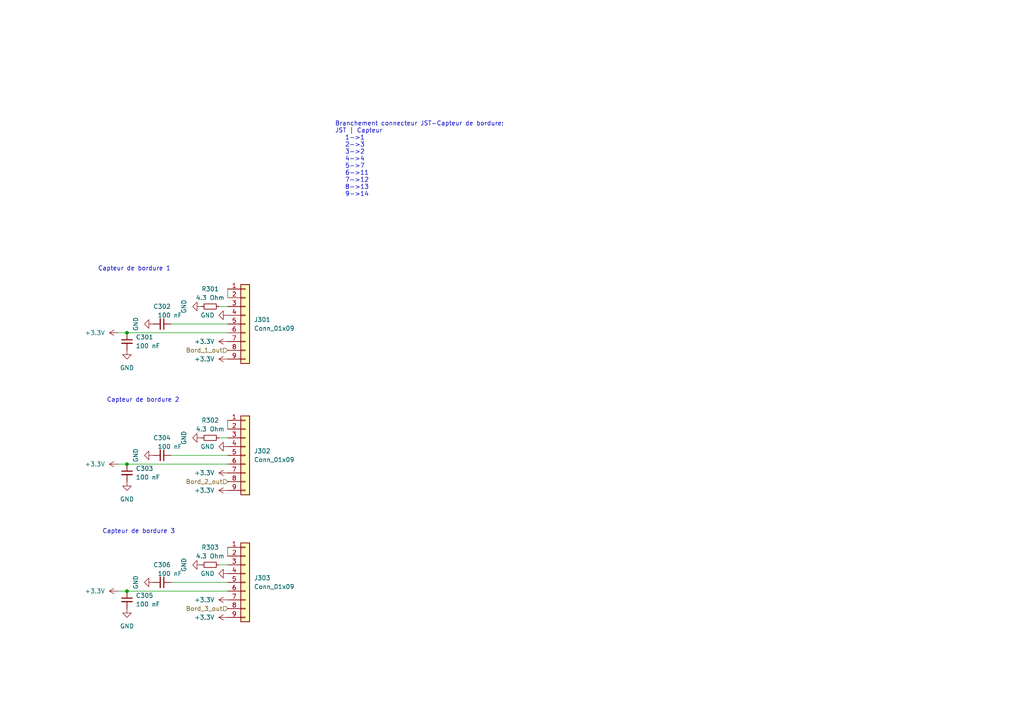
<source format=kicad_sch>
(kicad_sch (version 20230121) (generator eeschema)
  (paper "A4")
  (lib_symbols
    (symbol "Connector_Generic:Conn_01x09" (pin_names (offset 1.016) hide)
      (property "Reference" "J" (at 0 12.7 0))
      (property "Value" "Conn_01x09" (at 0 -12.7 0))
      (symbol "Conn_01x09_1_1"
        (rectangle (start -1.27 -10.033) (end 0 -10.287) (stroke (width 0.1524)))
        (rectangle (start -1.27 -7.493) (end 0 -7.747) (stroke (width 0.1524)))
        (rectangle (start -1.27 -4.953) (end 0 -5.207) (stroke (width 0.1524)))
        (rectangle (start -1.27 -2.413) (end 0 -2.667) (stroke (width 0.1524)))
        (rectangle (start -1.27 0.127) (end 0 -0.127) (stroke (width 0.1524)))
        (rectangle (start -1.27 2.667) (end 0 2.413) (stroke (width 0.1524)))
        (rectangle (start -1.27 5.207) (end 0 4.953) (stroke (width 0.1524)))
        (rectangle (start -1.27 7.747) (end 0 7.493) (stroke (width 0.1524)))
        (rectangle (start -1.27 10.287) (end 0 10.033) (stroke (width 0.1524)))
        (rectangle (start -1.27 11.43) (end 1.27 -11.43) (stroke (width 0.254)) (fill (type background)))
        (pin passive line (at -5.08 10.16 0) (length 3.81) (name "Pin_1") (number "1"))
        (pin passive line (at -5.08 7.62 0) (length 3.81) (name "Pin_2") (number "2"))
        (pin passive line (at -5.08 5.08 0) (length 3.81) (name "Pin_3") (number "3"))
        (pin passive line (at -5.08 2.54 0) (length 3.81) (name "Pin_4") (number "4"))
        (pin passive line (at -5.08 0 0) (length 3.81) (name "Pin_5") (number "5"))
        (pin passive line (at -5.08 -2.54 0) (length 3.81) (name "Pin_6") (number "6"))
        (pin passive line (at -5.08 -5.08 0) (length 3.81) (name "Pin_7") (number "7"))
        (pin passive line (at -5.08 -7.62 0) (length 3.81) (name "Pin_8") (number "8"))
        (pin passive line (at -5.08 -10.16 0) (length 3.81) (name "Pin_9") (number "9"))
      )
    )
    (symbol "Device:C_Small" (pin_numbers hide) (pin_names (offset 0.254) hide)
      (property "Reference" "C" (at 0.254 1.778 0))
      (property "Value" "C_Small" (at 0.254 -2.032 0))
      (symbol "C_Small_0_1"
        (polyline (pts (xy -1.524 -0.508) (xy 1.524 -0.508)) (stroke (width 0.3302)))
        (polyline (pts (xy -1.524 0.508) (xy 1.524 0.508)) (stroke (width 0.3048)))
      )
      (symbol "C_Small_1_1"
        (pin passive line (at 0 2.54 270) (length 2.032) (name "~") (number "1"))
        (pin passive line (at 0 -2.54 90) (length 2.032) (name "~") (number "2"))
      )
    )
    (symbol "Device:R_Small" (pin_numbers hide) (pin_names (offset 0.254) hide)
      (property "Reference" "R" (at 0.762 0.508 0))
      (property "Value" "R_Small" (at 0.762 -1.016 0))
      (symbol "R_Small_0_1"
        (rectangle (start -0.762 1.778) (end 0.762 -1.778) (stroke (width 0.2032)))
      )
      (symbol "R_Small_1_1"
        (pin passive line (at 0 2.54 270) (length 0.762) (name "~") (number "1"))
        (pin passive line (at 0 -2.54 90) (length 0.762) (name "~") (number "2"))
      )
    )
    (symbol "power:+3.3V" (power) (pin_names (offset 0))
      (property "Value" "+3.3V" (at 0 3.556 0))
      (symbol "+3.3V_0_1"
        (polyline (pts (xy -0.762 1.27) (xy 0 2.54)))
        (polyline (pts (xy 0 0) (xy 0 2.54)))
        (polyline (pts (xy 0 2.54) (xy 0.762 1.27)))
      )
      (symbol "+3.3V_1_1"
        (pin power_in line (at 0 0 90) (length 0) hide (name "+3.3V") (number "1"))
      )
    )
    (symbol "power:GND" (power) (pin_names (offset 0))
      (property "Value" "GND" (at 0 -3.81 0))
      (symbol "GND_0_1"
        (polyline (pts (xy 0 0) (xy 0 -1.27) (xy 1.27 -1.27) (xy 0 -2.54) (xy -1.27 -1.27) (xy 0 -1.27)))
      )
      (symbol "GND_1_1"
        (pin power_in line (at 0 0 270) (length 0) hide (name "GND") (number "1"))
      )
    )
  )
  (junction (at 36.83 134.62))
  (junction (at 36.83 171.45))
  (junction (at 36.83 96.52))
  (wire (pts (xy 49.53 132.08) (xy 66.04 132.08)))
  (wire (pts (xy 66.04 121.92) (xy 66.04 124.46)))
  (wire (pts (xy 49.53 93.98) (xy 66.04 93.98)))
  (wire (pts (xy 34.29 171.45) (xy 36.83 171.45)))
  (wire (pts (xy 34.29 134.62) (xy 36.83 134.62)))
  (wire (pts (xy 66.04 83.82) (xy 66.04 86.36)))
  (wire (pts (xy 36.83 96.52) (xy 66.04 96.52)))
  (wire (pts (xy 63.5 127) (xy 66.04 127)))
  (wire (pts (xy 63.5 163.83) (xy 66.04 163.83)))
  (wire (pts (xy 63.5 88.9) (xy 66.04 88.9)))
  (wire (pts (xy 34.29 96.52) (xy 36.83 96.52)))
  (wire (pts (xy 49.53 168.91) (xy 66.04 168.91)))
  (wire (pts (xy 36.83 171.45) (xy 66.04 171.45)))
  (wire (pts (xy 66.04 158.75) (xy 66.04 161.29)))
  (wire (pts (xy 36.83 134.62) (xy 66.04 134.62)))
  (text "Capteur de bordure 1" (at 49.53 78.74 0) (effects (font (size 1.27 1.27)) (justify right bottom)))
  (text "Capteur de bordure 2" (at 52.07 116.84 0) (effects (font (size 1.27 1.27)) (justify right bottom)))
  (text "Capteur de bordure 3" (at 50.8 154.94 0) (effects (font (size 1.27 1.27)) (justify right bottom)))
  (text "Branchement connecteur JST-Capteur de bordure:\nJST | Capteur\n   1->1\n   2->3\n   3->2\n   4->4\n   5->7\n   6->11\n   7->12\n   8->13\n   9->14" (at 97.155 57.15 0) (effects (font (size 1.27 1.27)) (justify left bottom)))
  (hierarchical_label "Bord_3_out" (shape input) (at 66.04 176.53 180))
  (hierarchical_label "Bord_1_out" (shape input) (at 66.04 101.6 180))
  (hierarchical_label "Bord_2_out" (shape input) (at 66.04 139.7 180))
  (symbol (lib_id "power:GND") (at 36.83 139.7 0) (unit 1)
    (property "Reference" "#PWR0308" (effects hide))
    (property "Value" "GND" (at 36.83 144.78 0))
    (instances (project "projet" (path "" (reference "#PWR0308") (unit 1))) (project "kicad_chat-souris" (path "" (reference "#PWR0605") (unit 1))))
  )
  (symbol (lib_id "power:+3.3V") (at 66.04 137.16 90) (unit 1)
    (property "Reference" "#PWR0312" (effects hide))
    (property "Value" "+3.3V" (at 62.23 137.16 90) (effects (justify left)))
    (instances (project "projet" (path "" (reference "#PWR0312") (unit 1))) (project "kicad_chat-souris" (path "" (reference "#PWR0617") (unit 1))))
  )
  (symbol (lib_id "power:GND") (at 44.45 168.91 270) (unit 1)
    (property "Reference" "#PWR0315" (effects hide))
    (property "Value" "GND" (at 39.37 168.91 0))
    (instances (project "projet" (path "" (reference "#PWR0315") (unit 1))) (project "kicad_chat-souris" (path "" (reference "#PWR0609") (unit 1))))
  )
  (symbol (lib_id "power:+3.3V") (at 66.04 104.14 90) (unit 1)
    (property "Reference" "#PWR0306" (effects hide))
    (property "Value" "+3.3V" (at 62.23 104.14 90) (effects (justify left)))
    (instances (project "projet" (path "" (reference "#PWR0306") (unit 1))) (project "kicad_chat-souris" (path "" (reference "#PWR0615") (unit 1))))
  )
  (symbol (lib_id "Device:C_Small") (at 46.99 93.98 270) (unit 1)
    (property "Reference" "C302" (at 44.45 88.9 90) (effects (justify left)))
    (property "Value" "100 nF" (at 45.72 91.44 90) (effects (justify left)))
    (instances (project "projet" (path "" (reference "C302") (unit 1))) (project "kicad_chat-souris" (path "" (reference "C604") (unit 1))))
  )
  (symbol (lib_id "power:+3.3V") (at 34.29 171.45 90) (unit 1)
    (property "Reference" "#PWR0313" (effects hide))
    (property "Value" "+3.3V" (at 30.48 171.45 90) (effects (justify left)))
    (instances (project "projet" (path "" (reference "#PWR0313") (unit 1))) (project "kicad_chat-souris" (path "" (reference "#PWR0603") (unit 1))))
  )
  (symbol (lib_id "power:GND") (at 66.04 91.44 270) (unit 1)
    (property "Reference" "#PWR0305" (effects hide))
    (property "Value" "GND" (at 62.23 91.44 90) (effects (justify right)))
    (instances (project "projet" (path "" (reference "#PWR0305") (unit 1))) (project "kicad_chat-souris" (path "" (reference "#PWR0613") (unit 1))))
  )
  (symbol (lib_id "Device:C_Small") (at 36.83 137.16 0) (unit 1)
    (property "Reference" "C303" (at 39.37 135.8963 0) (effects (justify left)))
    (property "Value" "100 nF" (at 39.37 138.4363 0) (effects (justify left)))
    (instances (project "projet" (path "" (reference "C303") (unit 1))) (project "kicad_chat-souris" (path "" (reference "C602") (unit 1))))
  )
  (symbol (lib_id "Connector_Generic:Conn_01x09") (at 71.12 168.91 0) (unit 1)
    (property "Reference" "J303" (at 73.66 167.64 0) (effects (justify left)))
    (property "Value" "Conn_01x09" (at 73.66 170.18 0) (effects (justify left)))
    (instances (project "projet" (path "" (reference "J303") (unit 1))) (project "kicad_chat-souris" (path "" (reference "J603") (unit 1))))
  )
  (symbol (lib_id "power:+3.3V") (at 66.04 179.07 90) (unit 1)
    (property "Reference" "#PWR0318" (effects hide))
    (property "Value" "+3.3V" (at 62.23 179.07 90) (effects (justify left)))
    (instances (project "projet" (path "" (reference "#PWR0318") (unit 1))) (project "kicad_chat-souris" (path "" (reference "#PWR0621") (unit 1))))
  )
  (symbol (lib_id "Device:C_Small") (at 36.83 99.06 0) (unit 1)
    (property "Reference" "C301" (at 39.37 97.7963 0) (effects (justify left)))
    (property "Value" "100 nF" (at 39.37 100.3363 0) (effects (justify left)))
    (instances (project "projet" (path "" (reference "C301") (unit 1))) (project "kicad_chat-souris" (path "" (reference "C601") (unit 1))))
  )
  (symbol (lib_id "power:GND") (at 44.45 93.98 270) (unit 1)
    (property "Reference" "#PWR0303" (effects hide))
    (property "Value" "GND" (at 39.37 93.98 0))
    (instances (project "projet" (path "" (reference "#PWR0303") (unit 1))) (project "kicad_chat-souris" (path "" (reference "#PWR0607") (unit 1))))
  )
  (symbol (lib_id "power:GND") (at 36.83 101.6 0) (unit 1)
    (property "Reference" "#PWR0302" (effects hide))
    (property "Value" "GND" (at 36.83 106.68 0))
    (instances (project "projet" (path "" (reference "#PWR0302") (unit 1))) (project "kicad_chat-souris" (path "" (reference "#PWR0604") (unit 1))))
  )
  (symbol (lib_id "power:GND") (at 66.04 166.37 270) (unit 1)
    (property "Reference" "#PWR0317" (effects hide))
    (property "Value" "GND" (at 62.23 166.37 90) (effects (justify right)))
    (instances (project "projet" (path "" (reference "#PWR0317") (unit 1))) (project "kicad_chat-souris" (path "" (reference "#PWR0619") (unit 1))))
  )
  (symbol (lib_id "Device:R_Small") (at 60.96 163.83 270) (unit 1)
    (property "Reference" "R303" (at 60.96 158.75 90))
    (property "Value" "4.3 Ohm" (at 60.96 161.29 90))
    (instances (project "projet" (path "" (reference "R303") (unit 1))) (project "kicad_chat-souris" (path "" (reference "R603") (unit 1))))
  )
  (symbol (lib_id "Device:C_Small") (at 46.99 132.08 270) (unit 1)
    (property "Reference" "C304" (at 44.45 127 90) (effects (justify left)))
    (property "Value" "100 nF" (at 45.72 129.54 90) (effects (justify left)))
    (instances (project "projet" (path "" (reference "C304") (unit 1))) (project "kicad_chat-souris" (path "" (reference "C605") (unit 1))))
  )
  (symbol (lib_id "Device:R_Small") (at 60.96 127 270) (unit 1)
    (property "Reference" "R302" (at 60.96 121.92 90))
    (property "Value" "4.3 Ohm" (at 60.96 124.46 90))
    (instances (project "projet" (path "" (reference "R302") (unit 1))) (project "kicad_chat-souris" (path "" (reference "R602") (unit 1))))
  )
  (symbol (lib_id "power:+3.3V") (at 66.04 173.99 90) (unit 1)
    (property "Reference" "#PWR0318" (effects hide))
    (property "Value" "+3.3V" (at 62.23 173.99 90) (effects (justify left)))
    (instances (project "projet" (path "" (reference "#PWR0318") (unit 1))) (project "kicad_chat-souris" (path "" (reference "#PWR0620") (unit 1))))
  )
  (symbol (lib_id "power:GND") (at 58.42 88.9 270) (unit 1)
    (property "Reference" "#PWR0304" (effects hide))
    (property "Value" "GND" (at 53.34 88.9 0))
    (instances (project "projet" (path "" (reference "#PWR0304") (unit 1))) (project "kicad_chat-souris" (path "" (reference "#PWR0610") (unit 1))))
  )
  (symbol (lib_id "Device:C_Small") (at 46.99 168.91 270) (unit 1)
    (property "Reference" "C306" (at 44.45 163.83 90) (effects (justify left)))
    (property "Value" "100 nF" (at 45.72 166.37 90) (effects (justify left)))
    (instances (project "projet" (path "" (reference "C306") (unit 1))) (project "kicad_chat-souris" (path "" (reference "C606") (unit 1))))
  )
  (symbol (lib_id "power:+3.3V") (at 34.29 134.62 90) (unit 1)
    (property "Reference" "#PWR0307" (effects hide))
    (property "Value" "+3.3V" (at 30.48 134.62 90) (effects (justify left)))
    (instances (project "projet" (path "" (reference "#PWR0307") (unit 1))) (project "kicad_chat-souris" (path "" (reference "#PWR0602") (unit 1))))
  )
  (symbol (lib_id "power:+3.3V") (at 34.29 96.52 90) (unit 1)
    (property "Reference" "#PWR0301" (effects hide))
    (property "Value" "+3.3V" (at 30.48 96.52 90) (effects (justify left)))
    (instances (project "projet" (path "" (reference "#PWR0301") (unit 1))) (project "kicad_chat-souris" (path "" (reference "#PWR0601") (unit 1))))
  )
  (symbol (lib_id "power:GND") (at 58.42 163.83 270) (unit 1)
    (property "Reference" "#PWR0316" (effects hide))
    (property "Value" "GND" (at 53.34 163.83 0))
    (instances (project "projet" (path "" (reference "#PWR0316") (unit 1))) (project "kicad_chat-souris" (path "" (reference "#PWR0612") (unit 1))))
  )
  (symbol (lib_id "Connector_Generic:Conn_01x09") (at 71.12 132.08 0) (unit 1)
    (property "Reference" "J302" (at 73.66 130.81 0) (effects (justify left)))
    (property "Value" "Conn_01x09" (at 73.66 133.35 0) (effects (justify left)))
    (instances (project "projet" (path "" (reference "J302") (unit 1))) (project "kicad_chat-souris" (path "" (reference "J602") (unit 1))))
  )
  (symbol (lib_id "power:GND") (at 66.04 129.54 270) (unit 1)
    (property "Reference" "#PWR0311" (effects hide))
    (property "Value" "GND" (at 62.23 129.54 90) (effects (justify right)))
    (instances (project "projet" (path "" (reference "#PWR0311") (unit 1))) (project "kicad_chat-souris" (path "" (reference "#PWR0616") (unit 1))))
  )
  (symbol (lib_id "power:+3.3V") (at 66.04 99.06 90) (unit 1)
    (property "Reference" "#PWR0306" (effects hide))
    (property "Value" "+3.3V" (at 62.23 99.06 90) (effects (justify left)))
    (instances (project "projet" (path "" (reference "#PWR0306") (unit 1))) (project "kicad_chat-souris" (path "" (reference "#PWR0614") (unit 1))))
  )
  (symbol (lib_id "Device:R_Small") (at 60.96 88.9 270) (unit 1)
    (property "Reference" "R301" (at 60.96 83.82 90))
    (property "Value" "4.3 Ohm" (at 60.96 86.36 90))
    (instances (project "projet" (path "" (reference "R301") (unit 1))) (project "kicad_chat-souris" (path "" (reference "R601") (unit 1))))
  )
  (symbol (lib_id "power:+3.3V") (at 66.04 142.24 90) (unit 1)
    (property "Reference" "#PWR0312" (effects hide))
    (property "Value" "+3.3V" (at 62.23 142.24 90) (effects (justify left)))
    (instances (project "projet" (path "" (reference "#PWR0312") (unit 1))) (project "kicad_chat-souris" (path "" (reference "#PWR0618") (unit 1))))
  )
  (symbol (lib_id "power:GND") (at 36.83 176.53 0) (unit 1)
    (property "Reference" "#PWR0314" (effects hide))
    (property "Value" "GND" (at 36.83 181.61 0))
    (instances (project "projet" (path "" (reference "#PWR0314") (unit 1))) (project "kicad_chat-souris" (path "" (reference "#PWR0606") (unit 1))))
  )
  (symbol (lib_id "Device:C_Small") (at 36.83 173.99 0) (unit 1)
    (property "Reference" "C305" (at 39.37 172.7263 0) (effects (justify left)))
    (property "Value" "100 nF" (at 39.37 175.2663 0) (effects (justify left)))
    (instances (project "projet" (path "" (reference "C305") (unit 1))) (project "kicad_chat-souris" (path "" (reference "C603") (unit 1))))
  )
  (symbol (lib_id "Connector_Generic:Conn_01x09") (at 71.12 93.98 0) (unit 1)
    (property "Reference" "J301" (at 73.66 92.71 0) (effects (justify left)))
    (property "Value" "Conn_01x09" (at 73.66 95.25 0) (effects (justify left)))
    (instances (project "projet" (path "" (reference "J301") (unit 1))) (project "kicad_chat-souris" (path "" (reference "J601") (unit 1))))
  )
  (symbol (lib_id "power:GND") (at 44.45 132.08 270) (unit 1)
    (property "Reference" "#PWR0309" (effects hide))
    (property "Value" "GND" (at 39.37 132.08 0))
    (instances (project "projet" (path "" (reference "#PWR0309") (unit 1))) (project "kicad_chat-souris" (path "" (reference "#PWR0608") (unit 1))))
  )
  (symbol (lib_id "power:GND") (at 58.42 127 270) (unit 1)
    (property "Reference" "#PWR0310" (effects hide))
    (property "Value" "GND" (at 53.34 127 0))
    (instances (project "projet" (path "" (reference "#PWR0310") (unit 1))) (project "kicad_chat-souris" (path "" (reference "#PWR0611") (unit 1))))
  )
)
</source>
